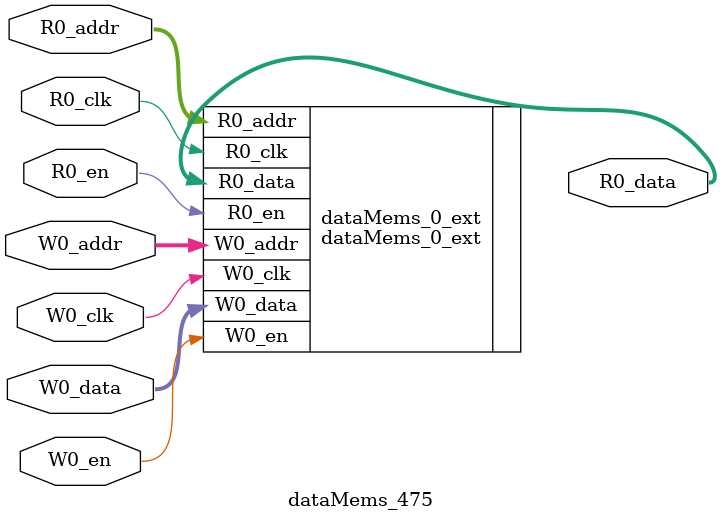
<source format=sv>
`ifndef RANDOMIZE
  `ifdef RANDOMIZE_REG_INIT
    `define RANDOMIZE
  `endif // RANDOMIZE_REG_INIT
`endif // not def RANDOMIZE
`ifndef RANDOMIZE
  `ifdef RANDOMIZE_MEM_INIT
    `define RANDOMIZE
  `endif // RANDOMIZE_MEM_INIT
`endif // not def RANDOMIZE

`ifndef RANDOM
  `define RANDOM $random
`endif // not def RANDOM

// Users can define 'PRINTF_COND' to add an extra gate to prints.
`ifndef PRINTF_COND_
  `ifdef PRINTF_COND
    `define PRINTF_COND_ (`PRINTF_COND)
  `else  // PRINTF_COND
    `define PRINTF_COND_ 1
  `endif // PRINTF_COND
`endif // not def PRINTF_COND_

// Users can define 'ASSERT_VERBOSE_COND' to add an extra gate to assert error printing.
`ifndef ASSERT_VERBOSE_COND_
  `ifdef ASSERT_VERBOSE_COND
    `define ASSERT_VERBOSE_COND_ (`ASSERT_VERBOSE_COND)
  `else  // ASSERT_VERBOSE_COND
    `define ASSERT_VERBOSE_COND_ 1
  `endif // ASSERT_VERBOSE_COND
`endif // not def ASSERT_VERBOSE_COND_

// Users can define 'STOP_COND' to add an extra gate to stop conditions.
`ifndef STOP_COND_
  `ifdef STOP_COND
    `define STOP_COND_ (`STOP_COND)
  `else  // STOP_COND
    `define STOP_COND_ 1
  `endif // STOP_COND
`endif // not def STOP_COND_

// Users can define INIT_RANDOM as general code that gets injected into the
// initializer block for modules with registers.
`ifndef INIT_RANDOM
  `define INIT_RANDOM
`endif // not def INIT_RANDOM

// If using random initialization, you can also define RANDOMIZE_DELAY to
// customize the delay used, otherwise 0.002 is used.
`ifndef RANDOMIZE_DELAY
  `define RANDOMIZE_DELAY 0.002
`endif // not def RANDOMIZE_DELAY

// Define INIT_RANDOM_PROLOG_ for use in our modules below.
`ifndef INIT_RANDOM_PROLOG_
  `ifdef RANDOMIZE
    `ifdef VERILATOR
      `define INIT_RANDOM_PROLOG_ `INIT_RANDOM
    `else  // VERILATOR
      `define INIT_RANDOM_PROLOG_ `INIT_RANDOM #`RANDOMIZE_DELAY begin end
    `endif // VERILATOR
  `else  // RANDOMIZE
    `define INIT_RANDOM_PROLOG_
  `endif // RANDOMIZE
`endif // not def INIT_RANDOM_PROLOG_

// Include register initializers in init blocks unless synthesis is set
`ifndef SYNTHESIS
  `ifndef ENABLE_INITIAL_REG_
    `define ENABLE_INITIAL_REG_
  `endif // not def ENABLE_INITIAL_REG_
`endif // not def SYNTHESIS

// Include rmemory initializers in init blocks unless synthesis is set
`ifndef SYNTHESIS
  `ifndef ENABLE_INITIAL_MEM_
    `define ENABLE_INITIAL_MEM_
  `endif // not def ENABLE_INITIAL_MEM_
`endif // not def SYNTHESIS

module dataMems_475(	// @[generators/ara/src/main/scala/UnsafeAXI4ToTL.scala:365:62]
  input  [4:0]  R0_addr,
  input         R0_en,
  input         R0_clk,
  output [66:0] R0_data,
  input  [4:0]  W0_addr,
  input         W0_en,
  input         W0_clk,
  input  [66:0] W0_data
);

  dataMems_0_ext dataMems_0_ext (	// @[generators/ara/src/main/scala/UnsafeAXI4ToTL.scala:365:62]
    .R0_addr (R0_addr),
    .R0_en   (R0_en),
    .R0_clk  (R0_clk),
    .R0_data (R0_data),
    .W0_addr (W0_addr),
    .W0_en   (W0_en),
    .W0_clk  (W0_clk),
    .W0_data (W0_data)
  );
endmodule


</source>
